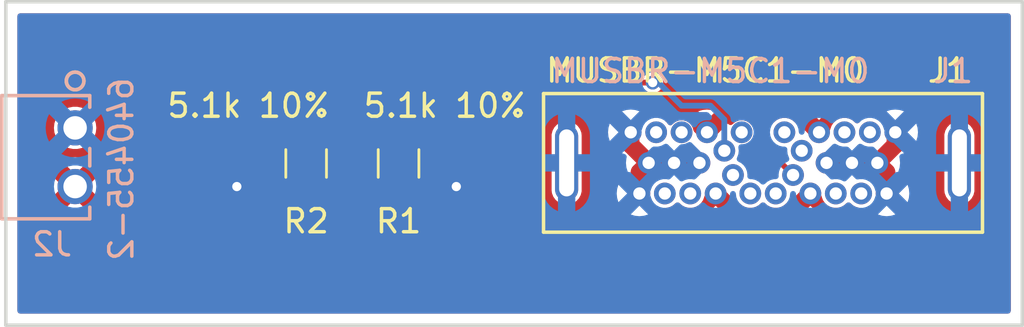
<source format=kicad_pcb>
(kicad_pcb (version 20221018) (generator pcbnew)
  (layers (0 "F.Cu" signal) (31 "B.Cu" signal) (34 "B.Paste" user) (35 "F.Paste" user) (36 "B.SilkS" user "B.Silkscreen") (37 "F.SilkS" user "F.Silkscreen") (38 "B.Mask" user) (39 "F.Mask" user) (44 "Edge.Cuts" user))
  (net 0 "")
  (net 1 "Net-(J1-PadA6)")
  (net 2 "VCC")
  (net 3 "Net-(J1-PadA3)")
  (net 4 "Net-(J1-PadA2)")
  (net 5 "GND")
  (net 6 "Net-(J1-PadA7)")
  (net 7 "Net-(J1-PadA10)")
  (net 8 "Net-(J1-PadA11)")
  (net 9 "Net-(J1-PadB7)")
  (net 10 "Net-(J1-PadB6)")
  (net 11 "Net-(J1-PadB10)")
  (net 12 "Net-(J1-PadB11)")
  (net 13 "Net-(J1-PadB3)")
  (net 14 "Net-(J1-PadB2)")
  (net 15 "Net-(J1-PadA5)")
  (net 16 "Net-(J1-PadB8)")
  (net 17 "Net-(J1-PadA8)")
  (net 18 "Net-(J1-PadB5)")
  (footprint "MUSBR-M5C1-X0:MUSBR-M5C1-X0" (layer "F.Cu") (at 155.775001 109.475)
    (fp_text reference "J1" (at 8 -4) (layer "F.SilkS"))
    (fp_text value "MUSBR-M5C1-M0" (at -2.5 -4) (layer "F.SilkS"))
    (fp_line (start -9.5 -3) (end -9.5 3) (stroke (width 0.15)) (layer "F.SilkS"))
    (fp_line (start -9.5 3) (end 9.5 3) (stroke (width 0.15)) (layer "F.SilkS"))
    (fp_line (start 9.5 -3) (end -9.5 -3) (stroke (width 0.15)) (layer "F.SilkS"))
    (fp_line (start 9.5 3) (end 9.5 -3) (stroke (width 0.15)) (layer "F.SilkS"))
    (pad "0" thru_hole oval (at -8.5 0) (size 1 3.3) (drill oval 0.65 2.9) (layers "*.Cu" "*.Mask") (net 5 "GND"))
    (pad "0" thru_hole oval (at 8.5 0) (size 1 3.3) (drill oval 0.65 2.9) (layers "*.Cu" "*.Mask") (net 5 "GND"))
    (pad "A1" thru_hole circle (at -5.725 -1.325) (size 0.9398 0.9398) (drill 0.5334) (layers "*.Cu" "*.Mask") (net 5 "GND"))
    (pad "A2" thru_hole circle (at -4.625 -1.325) (size 0.9398 0.9398) (drill 0.5334) (layers "*.Cu" "*.Mask") (net 4 "Net-(J1-PadA2)"))
    (pad "A3" thru_hole circle (at -3.525 -1.325) (size 0.9398 0.9398) (drill 0.5334) (layers "*.Cu" "*.Mask") (net 3 "Net-(J1-PadA3)") (clearance 0.01))
    (pad "A4" thru_hole circle (at -2.425 -1.325) (size 0.9398 0.9398) (drill 0.5334) (layers "*.Cu" "*.Mask") (net 2 "VCC") (clearance 0.01))
    (pad "A5" thru_hole circle (at -1.675 -0.525) (size 0.9398 0.9398) (drill 0.5334) (layers "*.Cu" "*.Mask") (net 15 "Net-(J1-PadA5)"))
    (pad "A6" thru_hole circle (at -0.925 -1.325) (size 0.9398 0.9398) (drill 0.5334) (layers "*.Cu" "*.Mask") (net 1 "Net-(J1-PadA6)") (clearance 0.01))
    (pad "A7" thru_hole circle (at 0.925 -1.325) (size 0.9398 0.9398) (drill 0.5334) (layers "*.Cu" "*.Mask") (net 6 "Net-(J1-PadA7)"))
    (pad "A8" thru_hole circle (at 1.675 -0.525) (size 0.9398 0.9398) (drill 0.5334) (layers "*.Cu" "*.Mask") (net 17 "Net-(J1-PadA8)"))
    (pad "A9" thru_hole circle (at 2.425 -1.325) (size 0.9398 0.9398) (drill 0.5334) (layers "*.Cu" "*.Mask") (net 2 "VCC"))
    (pad "A10" thru_hole circle (at 3.525 -1.325) (size 0.9398 0.9398) (drill 0.5334) (layers "*.Cu" "*.Mask") (net 7 "Net-(J1-PadA10)"))
    (pad "A11" thru_hole circle (at 4.625 -1.325) (size 0.9398 0.9398) (drill 0.5334) (layers "*.Cu" "*.Mask") (net 8 "Net-(J1-PadA11)"))
    (pad "A12" thru_hole circle (at 5.725 -1.325) (size 0.9398 0.9398) (drill 0.5334) (layers "*.Cu" "*.Mask") (net 5 "GND"))
    (pad "B1" thru_hole circle (at 5.35 1.325) (size 0.9398 0.9398) (drill 0.5334) (layers "*.Cu" "*.Mask") (net 5 "GND"))
    (pad "B2" thru_hole circle (at 4.25 1.325) (size 0.9398 0.9398) (drill 0.5334) (layers "*.Cu" "*.Mask") (net 14 "Net-(J1-PadB2)"))
    (pad "B3" thru_hole circle (at 3.15 1.325) (size 0.9398 0.9398) (drill 0.5334) (layers "*.Cu" "*.Mask") (net 13 "Net-(J1-PadB3)"))
    (pad "B4" thru_hole circle (at 2.05 1.325) (size 0.9398 0.9398) (drill 0.5334) (layers "*.Cu" "*.Mask") (net 2 "VCC"))
    (pad "B5" thru_hole circle (at 1.3 0.525) (size 0.9398 0.9398) (drill 0.5334) (layers "*.Cu" "*.Mask") (net 18 "Net-(J1-PadB5)"))
    (pad "B6" thru_hole circle (at 0.55 1.325) (size 0.9398 0.9398) (drill 0.5334) (layers "*.Cu" "*.Mask") (net 10 "Net-(J1-PadB6)"))
    (pad "B7" thru_hole circle (at -0.55 1.325) (size 0.9398 0.9398) (drill 0.5334) (layers "*.Cu" "*.Mask") (net 9 "Net-(J1-PadB7)"))
    (pad "B8" thru_hole circle (at -1.3 0.525) (size 0.9398 0.9398) (drill 0.5334) (layers "*.Cu" "*.Mask") (net 16 "Net-(J1-PadB8)"))
    (pad "B9" thru_hole circle (at -2.05 1.325) (size 0.9398 0.9398) (drill 0.5334) (layers "*.Cu" "*.Mask") (net 2 "VCC"))
    (pad "B10" thru_hole circle (at -3.15 1.325) (size 0.9398 0.9398) (drill 0.5334) (layers "*.Cu" "*.Mask") (net 11 "Net-(J1-PadB10)"))
    (pad "B11" thru_hole circle (at -4.25 1.325) (size 0.9398 0.9398) (drill 0.5334) (layers "*.Cu" "*.Mask") (net 12 "Net-(J1-PadB11)"))
    (pad "B12" thru_hole circle (at -5.35 1.325) (size 0.9398 0.9398) (drill 0.5334) (layers "*.Cu" "*.Mask") (net 5 "GND"))
    (pad "G1" thru_hole circle (at -4.95 0) (size 0.9398 0.9398) (drill 0.5334) (layers "*.Cu" "*.Mask") (net 5 "GND"))
    (pad "G2" thru_hole circle (at -3.85 0) (size 0.9398 0.9398) (drill 0.5334) (layers "*.Cu" "*.Mask") (net 5 "GND"))
    (pad "G3" thru_hole circle (at -2.75 0) (size 0.9398 0.9398) (drill 0.5334) (layers "*.Cu" "*.Mask") (net 5 "GND"))
    (pad "G4" thru_hole circle (at 2.75 0) (size 0.9398 0.9398) (drill 0.5334) (layers "*.Cu" "*.Mask") (net 5 "GND"))
    (pad "G5" thru_hole circle (at 3.85 0) (size 0.9398 0.9398) (drill 0.5334) (layers "*.Cu" "*.Mask") (net 5 "GND"))
    (pad "G6" thru_hole circle (at 4.95 0) (size 0.9398 0.9398) (drill 0.5334) (layers "*.Cu" "*.Mask") (net 5 "GND"))
  )
  (footprint "Resistors_SMD:R_0805" (layer "F.Cu") (at 140 109.5 -90)
    (fp_text reference "R1" (at 2.5 0) (layer "F.SilkS"))
    (fp_text value "5.1k 10%" (at -2.5 -2) (layer "F.SilkS"))
    (fp_line (start -0.6 -0.88) (end 0.6 -0.88) (stroke (width 0.12)) (layer "F.SilkS"))
    (fp_line (start 0.6 0.88) (end -0.6 0.88) (stroke (width 0.12)) (layer "F.SilkS"))
    (pad "1" smd rect (at -0.95 0 270) (size 0.7 1.3) (layers "F.Cu" "F.Paste" "F.Mask") (net 15 "Net-(J1-PadA5)"))
    (pad "2" smd rect (at 0.95 0 270) (size 0.7 1.3) (layers "F.Cu" "F.Paste" "F.Mask") (net 5 "GND"))
  )
  (footprint "Resistors_SMD:R_0805" (layer "F.Cu") (at 136 109.5 -90)
    (fp_text reference "R2" (at 2.5 0) (layer "F.SilkS"))
    (fp_text value "5.1k 10%" (at -2.5 2.5) (layer "F.SilkS"))
    (fp_line (start -0.6 -0.88) (end 0.6 -0.88) (stroke (width 0.12)) (layer "F.SilkS"))
    (fp_line (start 0.6 0.88) (end -0.6 0.88) (stroke (width 0.12)) (layer "F.SilkS"))
    (pad "1" smd rect (at -0.95 0 270) (size 0.7 1.3) (layers "F.Cu" "F.Paste" "F.Mask") (net 18 "Net-(J1-PadB5)"))
    (pad "2" smd rect (at 0.95 0 270) (size 0.7 1.3) (layers "F.Cu" "F.Paste" "F.Mask") (net 5 "GND"))
  )
  (footprint "640455-2:640455-2" (layer "B.Cu") (at 126 110.5 -90)
    (fp_text reference "J2" (at 2.5 1 180) (layer "B.SilkS") (effects (justify mirror)))
    (fp_text value "640455-2" (at -0.75 -2 270) (layer "B.SilkS") (effects (justify mirror)))
    (fp_line (start -3.937 -0.635) (end -3.431757 -0.635) (stroke (width 0.1524)) (layer "B.SilkS"))
    (fp_line (start -3.937 3.175) (end -3.937 -0.635) (stroke (width 0.1524)) (layer "B.SilkS"))
    (fp_line (start -1.648243 -0.635) (end -0.891757 -0.635) (stroke (width 0.1524)) (layer "B.SilkS"))
    (fp_line (start 0.891757 -0.635) (end 1.397 -0.635) (stroke (width 0.1524)) (layer "B.SilkS"))
    (fp_line (start 1.397 -0.635) (end 1.397 3.175) (stroke (width 0.1524)) (layer "B.SilkS"))
    (fp_line (start 1.397 3.175) (end -3.937 3.175) (stroke (width 0.1524)) (layer "B.SilkS"))
    (fp_circle (center -4.572 0) (end -4.191 0) (stroke (width 0.1524)) (fill none) (layer "B.SilkS"))
    (fp_circle (center -4.572 0) (end -4.191 0) (stroke (width 0.1524)) (fill none) (layer "F.SilkS"))
    (pad "1" thru_hole circle (at -2.54 0 270) (size 1.524 1.524) (drill 1.016) (layers "*.Cu" "*.Mask") (net 5 "GND"))
    (pad "2" thru_hole circle (at 0 0 270) (size 1.524 1.524) (drill 1.016) (layers "*.Cu" "*.Mask") (net 2 "VCC"))
  )
  (gr_line (start 123 116.5) (end 167 116.5) (stroke (width 0.15)) (layer "Edge.Cuts"))
  (gr_line (start 123 102.5) (end 123 116.5) (stroke (width 0.15)) (layer "Edge.Cuts"))
  (gr_line (start 167 116.5) (end 167 102.5) (stroke (width 0.15)) (layer "Edge.Cuts"))
  (gr_line (start 167 102.5) (end 123 102.5) (stroke (width 0.15)) (layer "Edge.Cuts"))
  (gr_text "MUSBR-M5C1-M0" (at 153.5 105.5) (layer "B.SilkS") (effects (font (size 1 1))))
  (gr_text "J1" (at 164 105.5) (layer "B.SilkS") (effects (font (size 1 1))))
  (segment (start 160.725001 109.475) (end 161.125001 109.875) (width 0.75) (layer "F.Cu") (net 5))
  (segment (start 161.125001 109.875) (end 161.125001 110.8) (width 0.75) (layer "F.Cu") (net 5))
  (segment (start 161.500001 108.7) (end 161.500001 108.15) (width 0.75) (layer "F.Cu") (net 5))
  (segment (start 150.825001 109.475) (end 150.425001 109.875) (width 0.75) (layer "F.Cu") (net 5))
  (segment (start 150.425001 109.875) (end 150.425001 110.8) (width 0.75) (layer "F.Cu") (net 5))
  (segment (start 150.050001 108.7) (end 150.050001 108.15) (width 0.75) (layer "F.Cu") (net 5))
  (segment (start 151.925001 109.475) (end 150.825001 109.475) (width 0.75) (layer "F.Cu") (net 5))
  (segment (start 142.45 110.45) (end 142.5 110.5) (width 0.25) (layer "F.Cu") (net 5))
  (segment (start 133.05 110.45) (end 133 110.5) (width 0.25) (layer "F.Cu") (net 5))
  (segment (start 150.825001 109.475) (end 150.050001 108.7) (width 0.75) (layer "F.Cu") (net 5))
  (segment (start 140 110.45) (end 142.45 110.45) (width 0.25) (layer "F.Cu") (net 5))
  (segment (start 158.525001 109.475) (end 159.625001 109.475) (width 0.75) (layer "F.Cu") (net 5))
  (segment (start 153.025001 109.475) (end 151.925001 109.475) (width 0.75) (layer "F.Cu") (net 5))
  (segment (start 136 110.45) (end 133.05 110.45) (width 0.25) (layer "F.Cu") (net 5))
  (segment (start 160.725001 109.475) (end 161.500001 108.7) (width 0.75) (layer "F.Cu") (net 5))
  (segment (start 159.625001 109.475) (end 160.725001 109.475) (width 0.75) (layer "F.Cu") (net 5))
  (via (at 133 110.5) (size 0.6) (drill 0.4) (layers "F.Cu" "B.Cu") (net 5))
  (via (at 142.5 110.5) (size 0.6) (drill 0.4) (layers "F.Cu" "B.Cu") (net 5))
  (segment (start 151 106) (end 141 106) (width 0.25) (layer "F.Cu") (net 15))
  (segment (start 141 106) (end 140 107) (width 0.25) (layer "F.Cu") (net 15))
  (segment (start 140 107) (end 140 108.55) (width 0.25) (layer "F.Cu") (net 15))
  (via (at 151 106) (size 0.6) (drill 0.4) (layers "F.Cu" "B.Cu") (net 15))
  (segment (start 154.1 108.949999) (end 154.1 107.6) (width 0.25) (layer "B.Cu") (net 15))
  (segment (start 152.25 107) (end 153.5 107) (width 0.25) (layer "B.Cu") (net 15))
  (segment (start 153.5 107) (end 154.1 107.6) (width 0.25) (layer "B.Cu") (net 15))
  (segment (start 151.25 106) (end 151 106) (width 0.25) (layer "B.Cu") (net 15))
  (segment (start 154.100001 108.95) (end 154.1 108.949999) (width 0.25) (layer "B.Cu") (net 15))
  (segment (start 152 106.75) (end 151.25 106) (width 0.25) (layer "B.Cu") (net 15))
  (segment (start 152 106.75) (end 152.25 107) (width 0.25) (layer "B.Cu") (net 15))
  (segment (start 155.75 107.75) (end 155.75 107) (width 0.25) (layer "F.Cu") (net 18))
  (segment (start 156.575001 109.5) (end 156.25 109.5) (width 0.25) (layer "F.Cu") (net 18))
  (segment (start 156.25 109.5) (end 155.75 109) (width 0.25) (layer "F.Cu") (net 18))
  (segment (start 155.75 109) (end 155.75 107.75) (width 0.25) (layer "F.Cu") (net 18))
  (segment (start 153.75 105) (end 150.5 105) (width 0.25) (layer "F.Cu") (net 18))
  (segment (start 137.5 105) (end 136 106.5) (width 0.25) (layer "F.Cu") (net 18))
  (segment (start 136 106.5) (end 136 108.55) (width 0.25) (layer "F.Cu") (net 18))
  (segment (start 155.75 107) (end 153.75 105) (width 0.25) (layer "F.Cu") (net 18))
  (segment (start 157.075001 110) (end 156.575001 109.5) (width 0.25) (layer "F.Cu") (net 18))
  (segment (start 150.5 105) (end 137.5 105) (width 0.25) (layer "F.Cu") (net 18))
  (zone (net 0) (net_name "") (layer "F.Cu") (connect_pads (clearance 0)) (min_thickness 0.254)
    (keepout (tracks allowed) (vias allowed) (pads allowed) (copperpour not_allowed) (footprints allowed))
    (fill (thermal_gap 0.508) (thermal_bridge_width 0.75))
    (polygon (pts (xy 151 107) (xy 149 107) (xy 149 112) (xy 151.5 112) (xy 151.5 107)))
  )
  (zone (net 0) (net_name "") (layer "F.Cu") (connect_pads (clearance 0)) (min_thickness 0.254)
    (keepout (tracks allowed) (vias allowed) (pads allowed) (copperpour not_allowed) (footprints allowed))
    (fill (thermal_gap 0.508) (thermal_bridge_width 0.75))
    (polygon (pts (xy 162.5 112) (xy 160 112) (xy 160 107) (xy 162.5 107)))
  )
  (zone (net 2) (net_name "VCC") (layer "F.Cu") (connect_pads (clearance 0.15)) (min_thickness 0.254) (fill yes (thermal_gap 0.508) (thermal_bridge_width 0.75))
    (polygon (pts (xy 166.5 116) (xy 123.5 116) (xy 123.5 103) (xy 166.5 103)))
  )
  (zone (net 5) (net_name "GND") (layer "B.Cu") (connect_pads (clearance 0.15)) (min_thickness 0.254) (fill yes (thermal_gap 0.508) (thermal_bridge_width 0.75))
    (polygon (pts (xy 166.5 113.5) (xy 166.5 103) (xy 123.5 103) (xy 123.5 116) (xy 166.5 116)))
  )
)
</source>
